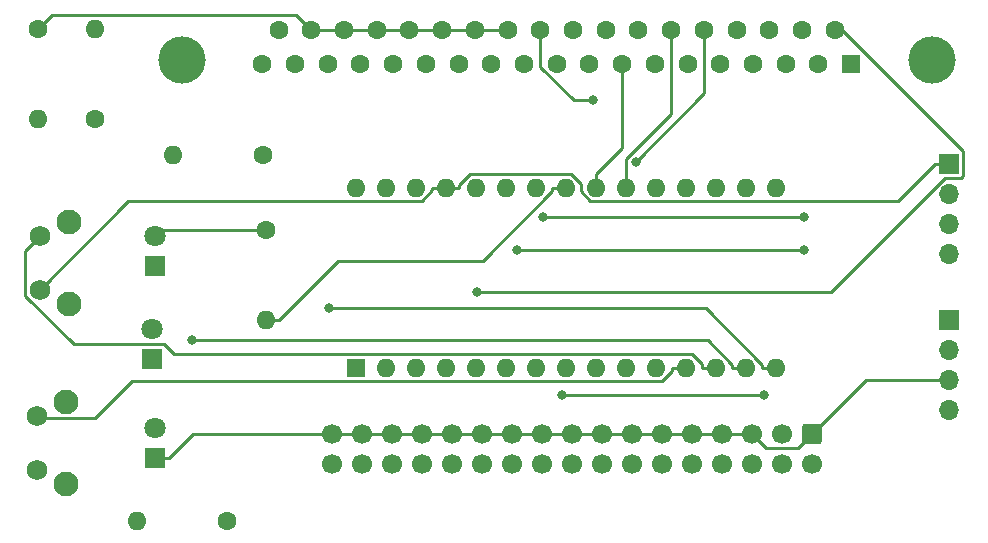
<source format=gbr>
%TF.GenerationSoftware,KiCad,Pcbnew,(6.0.6)*%
%TF.CreationDate,2023-06-02T12:55:39+02:00*%
%TF.ProjectId,X68KFDUINO,5836384b-4644-4554-994e-4f2e6b696361,rev?*%
%TF.SameCoordinates,Original*%
%TF.FileFunction,Copper,L1,Top*%
%TF.FilePolarity,Positive*%
%FSLAX46Y46*%
G04 Gerber Fmt 4.6, Leading zero omitted, Abs format (unit mm)*
G04 Created by KiCad (PCBNEW (6.0.6)) date 2023-06-02 12:55:39*
%MOMM*%
%LPD*%
G01*
G04 APERTURE LIST*
G04 Aperture macros list*
%AMRoundRect*
0 Rectangle with rounded corners*
0 $1 Rounding radius*
0 $2 $3 $4 $5 $6 $7 $8 $9 X,Y pos of 4 corners*
0 Add a 4 corners polygon primitive as box body*
4,1,4,$2,$3,$4,$5,$6,$7,$8,$9,$2,$3,0*
0 Add four circle primitives for the rounded corners*
1,1,$1+$1,$2,$3*
1,1,$1+$1,$4,$5*
1,1,$1+$1,$6,$7*
1,1,$1+$1,$8,$9*
0 Add four rect primitives between the rounded corners*
20,1,$1+$1,$2,$3,$4,$5,0*
20,1,$1+$1,$4,$5,$6,$7,0*
20,1,$1+$1,$6,$7,$8,$9,0*
20,1,$1+$1,$8,$9,$2,$3,0*%
G04 Aperture macros list end*
%TA.AperFunction,ComponentPad*%
%ADD10R,1.800000X1.800000*%
%TD*%
%TA.AperFunction,ComponentPad*%
%ADD11C,1.800000*%
%TD*%
%TA.AperFunction,ComponentPad*%
%ADD12C,1.600000*%
%TD*%
%TA.AperFunction,ComponentPad*%
%ADD13O,1.600000X1.600000*%
%TD*%
%TA.AperFunction,ComponentPad*%
%ADD14R,1.700000X1.700000*%
%TD*%
%TA.AperFunction,ComponentPad*%
%ADD15O,1.700000X1.700000*%
%TD*%
%TA.AperFunction,ComponentPad*%
%ADD16C,2.100000*%
%TD*%
%TA.AperFunction,ComponentPad*%
%ADD17C,1.750000*%
%TD*%
%TA.AperFunction,ComponentPad*%
%ADD18RoundRect,0.250000X-0.600000X0.600000X-0.600000X-0.600000X0.600000X-0.600000X0.600000X0.600000X0*%
%TD*%
%TA.AperFunction,ComponentPad*%
%ADD19C,1.700000*%
%TD*%
%TA.AperFunction,ComponentPad*%
%ADD20C,4.000000*%
%TD*%
%TA.AperFunction,ComponentPad*%
%ADD21R,1.600000X1.600000*%
%TD*%
%TA.AperFunction,ViaPad*%
%ADD22C,0.800000*%
%TD*%
%TA.AperFunction,Conductor*%
%ADD23C,0.250000*%
%TD*%
G04 APERTURE END LIST*
D10*
%TO.P,D3,1,K*%
%TO.N,GND*%
X121666000Y-81539000D03*
D11*
%TO.P,D3,2,A*%
%TO.N,Net-(D3-Pad2)*%
X121666000Y-78999000D03*
%TD*%
D12*
%TO.P,R5,1*%
%TO.N,GND*%
X128016000Y-95250000D03*
D13*
%TO.P,R5,2*%
%TO.N,BT_FD0*%
X120396000Y-95250000D03*
%TD*%
D12*
%TO.P,R1,1*%
%TO.N,Net-(D1-Pad2)*%
X131064000Y-64262000D03*
D13*
%TO.P,R1,2*%
%TO.N,LEDFD0*%
X123444000Y-64262000D03*
%TD*%
D12*
%TO.P,R3,1*%
%TO.N,Net-(D3-Pad2)*%
X116840000Y-61214000D03*
D13*
%TO.P,R3,2*%
%TO.N,LED_Err*%
X116840000Y-53594000D03*
%TD*%
D14*
%TO.P,J8,1,Pin_1*%
%TO.N,+5V*%
X189173000Y-78242000D03*
D15*
%TO.P,J8,2,Pin_2*%
%TO.N,GND*%
X189173000Y-80782000D03*
%TO.P,J8,3,Pin_3*%
X189173000Y-83322000D03*
%TO.P,J8,4,Pin_4*%
%TO.N,unconnected-(J8-Pad4)*%
X189173000Y-85862000D03*
%TD*%
D16*
%TO.P,SW2,*%
%TO.N,*%
X114688500Y-76942000D03*
X114688500Y-69932000D03*
D17*
%TO.P,SW2,1,1*%
%TO.N,+5V*%
X112198500Y-75692000D03*
%TO.P,SW2,2,2*%
%TO.N,BT_FD1*%
X112198500Y-71192000D03*
%TD*%
D14*
%TO.P,J15,1,Pin_1*%
%TO.N,+5V*%
X189173000Y-65034000D03*
D15*
%TO.P,J15,2,Pin_2*%
%TO.N,GND*%
X189173000Y-67574000D03*
%TO.P,J15,3,Pin_3*%
X189173000Y-70114000D03*
%TO.P,J15,4,Pin_4*%
%TO.N,unconnected-(J15-Pad4)*%
X189173000Y-72654000D03*
%TD*%
D12*
%TO.P,R4,1*%
%TO.N,GND*%
X112014000Y-53594000D03*
D13*
%TO.P,R4,2*%
%TO.N,BT_FD1*%
X112014000Y-61214000D03*
%TD*%
D12*
%TO.P,R2,1*%
%TO.N,Net-(D2-Pad2)*%
X131318000Y-70612000D03*
D13*
%TO.P,R2,2*%
%TO.N,LEDFD1*%
X131318000Y-78232000D03*
%TD*%
D18*
%TO.P,J1,1,Pin_1*%
%TO.N,GND*%
X177546000Y-87884000D03*
D19*
%TO.P,J1,2,Pin_2*%
%TO.N,~{DENSITY}*%
X177546000Y-90424000D03*
%TO.P,J1,3,Pin_3*%
%TO.N,unconnected-(J1-Pad3)*%
X175006000Y-87884000D03*
%TO.P,J1,4,Pin_4*%
%TO.N,unconnected-(J1-Pad4)*%
X175006000Y-90424000D03*
%TO.P,J1,5,Pin_5*%
%TO.N,GND*%
X172466000Y-87884000D03*
%TO.P,J1,6,Pin_6*%
%TO.N,unconnected-(J1-Pad6)*%
X172466000Y-90424000D03*
%TO.P,J1,7,Pin_7*%
%TO.N,GND*%
X169926000Y-87884000D03*
%TO.P,J1,8,Pin_8*%
%TO.N,~{INDEX}*%
X169926000Y-90424000D03*
%TO.P,J1,9,Pin_9*%
%TO.N,GND*%
X167386000Y-87884000D03*
%TO.P,J1,10,Pin_10*%
%TO.N,~{DS0}*%
X167386000Y-90424000D03*
%TO.P,J1,11,Pin_11*%
%TO.N,GND*%
X164846000Y-87884000D03*
%TO.P,J1,12,Pin_12*%
%TO.N,~{DS1}*%
X164846000Y-90424000D03*
%TO.P,J1,13,Pin_13*%
%TO.N,GND*%
X162306000Y-87884000D03*
%TO.P,J1,14,Pin_14*%
%TO.N,~{DS2}*%
X162306000Y-90424000D03*
%TO.P,J1,15,Pin_15*%
%TO.N,GND*%
X159766000Y-87884000D03*
%TO.P,J1,16,Pin_16*%
%TO.N,~{DS3}*%
X159766000Y-90424000D03*
%TO.P,J1,17,Pin_17*%
%TO.N,GND*%
X157226000Y-87884000D03*
%TO.P,J1,18,Pin_18*%
%TO.N,~{DIR}*%
X157226000Y-90424000D03*
%TO.P,J1,19,Pin_19*%
%TO.N,GND*%
X154686000Y-87884000D03*
%TO.P,J1,20,Pin_20*%
%TO.N,~{STEP}*%
X154686000Y-90424000D03*
%TO.P,J1,21,Pin_21*%
%TO.N,GND*%
X152146000Y-87884000D03*
%TO.P,J1,22,Pin_22*%
%TO.N,~{WDATA}*%
X152146000Y-90424000D03*
%TO.P,J1,23,Pin_23*%
%TO.N,GND*%
X149606000Y-87884000D03*
%TO.P,J1,24,Pin_24*%
%TO.N,~{WGATE}*%
X149606000Y-90424000D03*
%TO.P,J1,25,Pin_25*%
%TO.N,GND*%
X147066000Y-87884000D03*
%TO.P,J1,26,Pin_26*%
%TO.N,~{TRK0}*%
X147066000Y-90424000D03*
%TO.P,J1,27,Pin_27*%
%TO.N,GND*%
X144526000Y-87884000D03*
%TO.P,J1,28,Pin_28*%
%TO.N,~{WPROT}*%
X144526000Y-90424000D03*
%TO.P,J1,29,Pin_29*%
%TO.N,GND*%
X141986000Y-87884000D03*
%TO.P,J1,30,Pin_30*%
%TO.N,~{RDATA}*%
X141986000Y-90424000D03*
%TO.P,J1,31,Pin_31*%
%TO.N,GND*%
X139446000Y-87884000D03*
%TO.P,J1,32,Pin_32*%
%TO.N,~{SIDE}*%
X139446000Y-90424000D03*
%TO.P,J1,33,Pin_33*%
%TO.N,GND*%
X136906000Y-87884000D03*
%TO.P,J1,34,Pin_34*%
%TO.N,~{RDY}*%
X136906000Y-90424000D03*
%TD*%
D10*
%TO.P,D2,1,K*%
%TO.N,GND*%
X121920000Y-73665000D03*
D11*
%TO.P,D2,2,A*%
%TO.N,Net-(D2-Pad2)*%
X121920000Y-71125000D03*
%TD*%
D16*
%TO.P,SW1,*%
%TO.N,*%
X114434500Y-92182000D03*
X114434500Y-85172000D03*
D17*
%TO.P,SW1,1,1*%
%TO.N,+5V*%
X111944500Y-90932000D03*
%TO.P,SW1,2,2*%
%TO.N,BT_FD0*%
X111944500Y-86432000D03*
%TD*%
D20*
%TO.P,J2,0*%
%TO.N,N/C*%
X124201000Y-56259300D03*
X187701000Y-56259300D03*
D21*
%TO.P,J2,1,1*%
%TO.N,~{DENSITY}*%
X180881000Y-56559300D03*
D12*
%TO.P,J2,2,2*%
%TO.N,unconnected-(J2-Pad2)*%
X178111000Y-56559300D03*
%TO.P,J2,3,3*%
%TO.N,~{DS3}*%
X175341000Y-56559300D03*
%TO.P,J2,4,4*%
%TO.N,~{INDEX}*%
X172571000Y-56559300D03*
%TO.P,J2,5,5*%
%TO.N,~{DS0}*%
X169801000Y-56559300D03*
%TO.P,J2,6,6*%
%TO.N,~{DS1}*%
X167031000Y-56559300D03*
%TO.P,J2,7,7*%
%TO.N,~{DS2}*%
X164261000Y-56559300D03*
%TO.P,J2,8,8*%
%TO.N,~{MOTOR}*%
X161491000Y-56559300D03*
%TO.P,J2,9,9*%
%TO.N,~{DIR}*%
X158721000Y-56559300D03*
%TO.P,J2,10,10*%
%TO.N,~{STEP}*%
X155951000Y-56559300D03*
%TO.P,J2,11,11*%
%TO.N,~{WDATA}*%
X153181000Y-56559300D03*
%TO.P,J2,12,12*%
%TO.N,~{WGATE}*%
X150411000Y-56559300D03*
%TO.P,J2,13,13*%
%TO.N,~{TRK0}*%
X147641000Y-56559300D03*
%TO.P,J2,14,14*%
%TO.N,~{WPROT}*%
X144871000Y-56559300D03*
%TO.P,J2,15,15*%
%TO.N,~{RDATA}*%
X142101000Y-56559300D03*
%TO.P,J2,16,16*%
%TO.N,~{SIDE}*%
X139331000Y-56559300D03*
%TO.P,J2,17,17*%
%TO.N,~{RDY}*%
X136561000Y-56559300D03*
%TO.P,J2,18,18*%
%TO.N,unconnected-(J2-Pad18)*%
X133791000Y-56559300D03*
%TO.P,J2,19,19*%
%TO.N,unconnected-(J2-Pad19)*%
X131021000Y-56559300D03*
%TO.P,J2,20,20*%
%TO.N,~{OPT0}*%
X179496000Y-53719300D03*
%TO.P,J2,21,21*%
%TO.N,~{OPT1}*%
X176726000Y-53719300D03*
%TO.P,J2,22,22*%
%TO.N,~{OPT2}*%
X173956000Y-53719300D03*
%TO.P,J2,23,23*%
%TO.N,~{OPT3}*%
X171186000Y-53719300D03*
%TO.P,J2,24,24*%
%TO.N,~{EJECT}*%
X168416000Y-53719300D03*
%TO.P,J2,25,25*%
%TO.N,~{EjectMSK}*%
X165646000Y-53719300D03*
%TO.P,J2,26,26*%
%TO.N,LED*%
X162876000Y-53719300D03*
%TO.P,J2,27,27*%
%TO.N,~{INSERTED}*%
X160106000Y-53719300D03*
%TO.P,J2,28,28*%
%TO.N,~{ERROR}*%
X157336000Y-53719300D03*
%TO.P,J2,29,29*%
%TO.N,~{FDDINT}*%
X154566000Y-53719300D03*
%TO.P,J2,30,30*%
%TO.N,GND*%
X151796000Y-53719300D03*
%TO.P,J2,31,31*%
X149026000Y-53719300D03*
%TO.P,J2,32,32*%
X146256000Y-53719300D03*
%TO.P,J2,33,33*%
X143486000Y-53719300D03*
%TO.P,J2,34,34*%
X140716000Y-53719300D03*
%TO.P,J2,35,35*%
X137946000Y-53719300D03*
%TO.P,J2,36,36*%
X135176000Y-53719300D03*
%TO.P,J2,37,37*%
%TO.N,unconnected-(J2-Pad37)*%
X132406000Y-53719300D03*
%TD*%
D10*
%TO.P,D1,1,K*%
%TO.N,GND*%
X121920000Y-89921000D03*
D11*
%TO.P,D1,2,A*%
%TO.N,Net-(D1-Pad2)*%
X121920000Y-87381000D03*
%TD*%
D21*
%TO.P,A1,1,D1/TX*%
%TO.N,unconnected-(A1-Pad1)*%
X138938000Y-82286000D03*
D13*
%TO.P,A1,2,D0/RX*%
%TO.N,unconnected-(A1-Pad2)*%
X141478000Y-82286000D03*
%TO.P,A1,3,~{RESET}*%
%TO.N,unconnected-(A1-Pad3)*%
X144018000Y-82286000D03*
%TO.P,A1,4,GND*%
%TO.N,GND*%
X146558000Y-82286000D03*
%TO.P,A1,5,D2*%
%TO.N,~{OPT0}*%
X149098000Y-82286000D03*
%TO.P,A1,6,D3*%
%TO.N,~{OPT1}*%
X151638000Y-82286000D03*
%TO.P,A1,7,D4*%
%TO.N,~{OPT2}*%
X154178000Y-82286000D03*
%TO.P,A1,8,D5*%
%TO.N,~{OPT3}*%
X156718000Y-82286000D03*
%TO.P,A1,9,D6*%
%TO.N,~{EJECT}*%
X159258000Y-82286000D03*
%TO.P,A1,10,D7*%
%TO.N,~{INSERTED}*%
X161798000Y-82286000D03*
%TO.P,A1,11,D8*%
%TO.N,~{FDDINT}*%
X164338000Y-82286000D03*
%TO.P,A1,12,D9*%
%TO.N,BT_FD0*%
X166878000Y-82286000D03*
%TO.P,A1,13,D10*%
%TO.N,BT_FD1*%
X169418000Y-82286000D03*
%TO.P,A1,14,D11*%
%TO.N,LED_Err*%
X171958000Y-82286000D03*
%TO.P,A1,15,D12*%
%TO.N,LEDFD0*%
X174498000Y-82286000D03*
%TO.P,A1,16,D13*%
%TO.N,unconnected-(A1-Pad16)*%
X174498000Y-67046000D03*
%TO.P,A1,17,3V3*%
%TO.N,unconnected-(A1-Pad17)*%
X171958000Y-67046000D03*
%TO.P,A1,18,AREF*%
%TO.N,unconnected-(A1-Pad18)*%
X169418000Y-67046000D03*
%TO.P,A1,19,A0*%
%TO.N,LED*%
X166878000Y-67046000D03*
%TO.P,A1,20,A1*%
%TO.N,~{ERROR}*%
X164338000Y-67046000D03*
%TO.P,A1,21,A2*%
%TO.N,~{EjectMSK}*%
X161798000Y-67046000D03*
%TO.P,A1,22,A3*%
%TO.N,~{MOTOR}*%
X159258000Y-67046000D03*
%TO.P,A1,23,A4*%
%TO.N,LEDFD1*%
X156718000Y-67046000D03*
%TO.P,A1,24,A5*%
%TO.N,unconnected-(A1-Pad24)*%
X154178000Y-67046000D03*
%TO.P,A1,25,A6*%
%TO.N,unconnected-(A1-Pad25)*%
X151638000Y-67046000D03*
%TO.P,A1,26,A7*%
%TO.N,unconnected-(A1-Pad26)*%
X149098000Y-67046000D03*
%TO.P,A1,27,+5V*%
%TO.N,+5V*%
X146558000Y-67046000D03*
%TO.P,A1,28,~{RESET}*%
%TO.N,unconnected-(A1-Pad28)*%
X144018000Y-67046000D03*
%TO.P,A1,29,GND*%
%TO.N,GND*%
X141478000Y-67046000D03*
%TO.P,A1,30,VIN*%
%TO.N,unconnected-(A1-Pad30)*%
X138938000Y-67046000D03*
%TD*%
D22*
%TO.N,~{OPT0}*%
X149244000Y-75886900D03*
%TO.N,~{OPT1}*%
X176856700Y-72365600D03*
X152561100Y-72365600D03*
%TO.N,~{OPT2}*%
X154836800Y-69545300D03*
X176870200Y-69545300D03*
%TO.N,~{OPT3}*%
X156417000Y-84590300D03*
X173500900Y-84590300D03*
%TO.N,~{EJECT}*%
X162631700Y-64859600D03*
%TO.N,~{FDDINT}*%
X159016300Y-59656800D03*
%TO.N,LED_Err*%
X125083500Y-79971900D03*
%TO.N,LEDFD0*%
X136665900Y-77259500D03*
%TD*%
D23*
%TO.N,GND*%
X125182100Y-87884000D02*
X123145100Y-89921000D01*
X176355400Y-89074600D02*
X177546000Y-87884000D01*
X169926000Y-87884000D02*
X172466000Y-87884000D01*
X164846000Y-87884000D02*
X167386000Y-87884000D01*
X143486000Y-53719300D02*
X146256000Y-53719300D01*
X146256000Y-53719300D02*
X149026000Y-53719300D01*
X113201000Y-52407000D02*
X112014000Y-53594000D01*
X135176000Y-53719300D02*
X133863700Y-52407000D01*
X173656600Y-89074600D02*
X176355400Y-89074600D01*
X149606000Y-87884000D02*
X152146000Y-87884000D01*
X154686000Y-87884000D02*
X157226000Y-87884000D01*
X139446000Y-87884000D02*
X141986000Y-87884000D01*
X141986000Y-87884000D02*
X144526000Y-87884000D01*
X182108000Y-83322000D02*
X177546000Y-87884000D01*
X144526000Y-87884000D02*
X147066000Y-87884000D01*
X172466000Y-87884000D02*
X173656600Y-89074600D01*
X162306000Y-87884000D02*
X164846000Y-87884000D01*
X121920000Y-89921000D02*
X123145100Y-89921000D01*
X159766000Y-87884000D02*
X162306000Y-87884000D01*
X147066000Y-87884000D02*
X149606000Y-87884000D01*
X152146000Y-87884000D02*
X154686000Y-87884000D01*
X137946000Y-53719300D02*
X140716000Y-53719300D01*
X167386000Y-87884000D02*
X169926000Y-87884000D01*
X140716000Y-53719300D02*
X143486000Y-53719300D01*
X133863700Y-52407000D02*
X113201000Y-52407000D01*
X136906000Y-87884000D02*
X125182100Y-87884000D01*
X157226000Y-87884000D02*
X159766000Y-87884000D01*
X149026000Y-53719300D02*
X151796000Y-53719300D01*
X189173000Y-83322000D02*
X182108000Y-83322000D01*
X139446000Y-87884000D02*
X136906000Y-87884000D01*
X137946000Y-53719300D02*
X135176000Y-53719300D01*
%TO.N,~{MOTOR}*%
X159258000Y-65920900D02*
X161491000Y-63687900D01*
X161491000Y-63687900D02*
X161491000Y-56559300D01*
X159258000Y-67046000D02*
X159258000Y-65920900D01*
%TO.N,~{OPT0}*%
X190348200Y-66065000D02*
X190204000Y-66209200D01*
X190348200Y-63916200D02*
X190348200Y-66065000D01*
X180151300Y-53719300D02*
X190348200Y-63916200D01*
X190204000Y-66209200D02*
X188845800Y-66209200D01*
X179168100Y-75886900D02*
X149244000Y-75886900D01*
X188845800Y-66209200D02*
X179168100Y-75886900D01*
X179496000Y-53719300D02*
X180151300Y-53719300D01*
%TO.N,~{OPT1}*%
X152561100Y-72365600D02*
X176856700Y-72365600D01*
%TO.N,~{OPT2}*%
X176870200Y-69545300D02*
X154836800Y-69545300D01*
%TO.N,~{OPT3}*%
X156417000Y-84590300D02*
X173500900Y-84590300D01*
%TO.N,~{EJECT}*%
X168416000Y-53719300D02*
X168416000Y-59075300D01*
X168416000Y-59075300D02*
X162631700Y-64859600D01*
%TO.N,~{EjectMSK}*%
X161798000Y-67046000D02*
X161798000Y-65920900D01*
X161798000Y-64641500D02*
X161798000Y-65920900D01*
X165646000Y-60793500D02*
X161798000Y-64641500D01*
X165646000Y-53719300D02*
X165646000Y-60793500D01*
%TO.N,~{FDDINT}*%
X157400500Y-59656800D02*
X159016300Y-59656800D01*
X154566000Y-56822300D02*
X157400500Y-59656800D01*
X154566000Y-53719300D02*
X154566000Y-56822300D01*
%TO.N,+5V*%
X144519800Y-68192200D02*
X145432900Y-67279100D01*
X157988000Y-67376800D02*
X157988000Y-66708900D01*
X112198500Y-75692000D02*
X119698300Y-68192200D01*
X157988000Y-66708900D02*
X157172500Y-65893400D01*
X146558000Y-67046000D02*
X147683100Y-67046000D01*
X189173000Y-65034000D02*
X187997900Y-65034000D01*
X184839800Y-68192100D02*
X158803300Y-68192100D01*
X145432900Y-67279100D02*
X145432900Y-67046000D01*
X187997900Y-65034000D02*
X184839800Y-68192100D01*
X119698300Y-68192200D02*
X144519800Y-68192200D01*
X157172500Y-65893400D02*
X148602500Y-65893400D01*
X158803300Y-68192100D02*
X157988000Y-67376800D01*
X147683100Y-66812800D02*
X147683100Y-67046000D01*
X146558000Y-67046000D02*
X145432900Y-67046000D01*
X148602500Y-65893400D02*
X147683100Y-66812800D01*
%TO.N,Net-(D2-Pad2)*%
X121920000Y-71125000D02*
X122433000Y-70612000D01*
X122433000Y-70612000D02*
X131318000Y-70612000D01*
%TO.N,BT_FD0*%
X165752900Y-82567400D02*
X164909200Y-83411100D01*
X112068300Y-86555800D02*
X111944500Y-86432000D01*
X116845100Y-86555800D02*
X112068300Y-86555800D01*
X166878000Y-82286000D02*
X165752900Y-82286000D01*
X119989800Y-83411100D02*
X116845100Y-86555800D01*
X165752900Y-82286000D02*
X165752900Y-82567400D01*
X164909200Y-83411100D02*
X119989800Y-83411100D01*
%TO.N,BT_FD1*%
X168292900Y-82004600D02*
X167449200Y-81160900D01*
X169418000Y-82286000D02*
X168292900Y-82286000D01*
X168292900Y-82286000D02*
X168292900Y-82004600D01*
X122700500Y-80313800D02*
X115049900Y-80313800D01*
X115049900Y-80313800D02*
X110937800Y-76201700D01*
X123547600Y-81160900D02*
X122700500Y-80313800D01*
X110937800Y-76201700D02*
X110937800Y-72452700D01*
X167449200Y-81160900D02*
X123547600Y-81160900D01*
X110937800Y-72452700D02*
X112198500Y-71192000D01*
%TO.N,LED_Err*%
X125083500Y-79971900D02*
X168723100Y-79971900D01*
X170832900Y-82081700D02*
X170832900Y-82286000D01*
X171958000Y-82286000D02*
X170832900Y-82286000D01*
X168723100Y-79971900D02*
X170832900Y-82081700D01*
%TO.N,LEDFD0*%
X168579500Y-77259500D02*
X136665900Y-77259500D01*
X173372900Y-82286000D02*
X173372900Y-82052900D01*
X173372900Y-82052900D02*
X168579500Y-77259500D01*
X174498000Y-82286000D02*
X173372900Y-82286000D01*
%TO.N,LEDFD1*%
X156718000Y-67046000D02*
X155592900Y-67046000D01*
X131318000Y-78232000D02*
X132443100Y-78232000D01*
X155592900Y-67327300D02*
X149691600Y-73228600D01*
X155592900Y-67046000D02*
X155592900Y-67327300D01*
X149691600Y-73228600D02*
X137446500Y-73228600D01*
X137446500Y-73228600D02*
X132443100Y-78232000D01*
%TD*%
M02*

</source>
